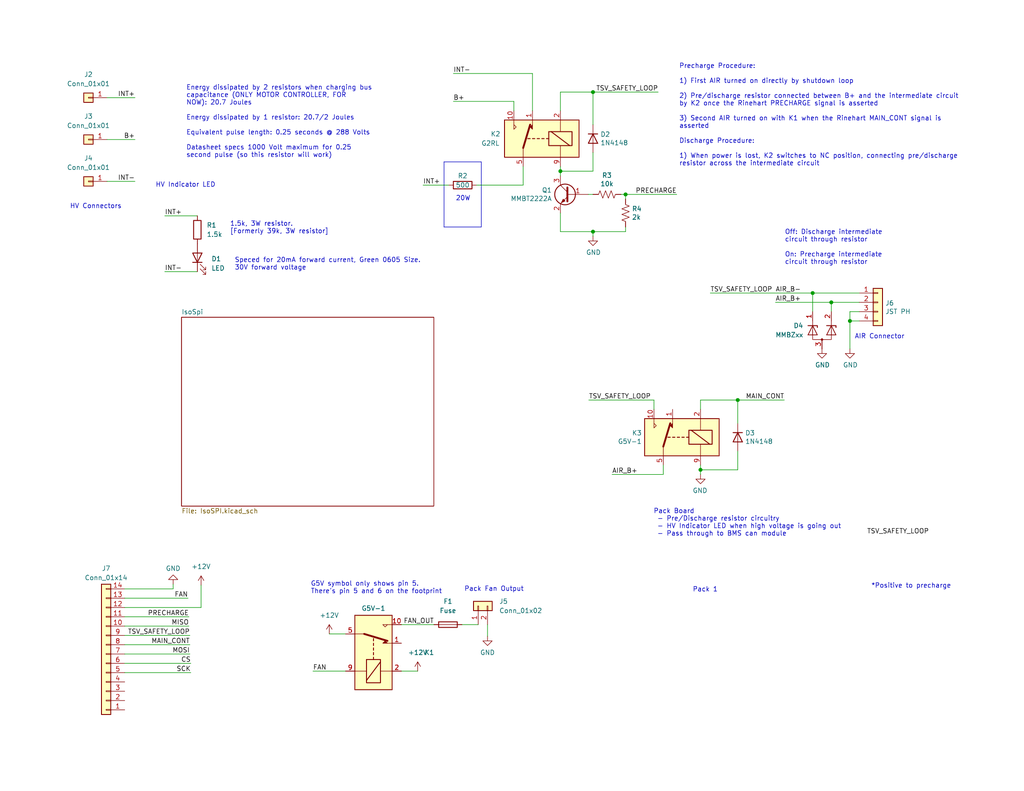
<source format=kicad_sch>
(kicad_sch (version 20230121) (generator eeschema)
  (paper "A")
  (lib_symbols
    (symbol "Connector_Generic:Conn_01x01" (pin_names (offset 1.016) hide)
      (property "Reference" "J" (at 0 2.54 0))
      (property "Value" "Conn_01x01" (at 0 -2.54 0))
      (symbol "Conn_01x01_1_1"
        (rectangle (start -1.27 0.127) (end 0 -0.127) (stroke (width 0.1524)))
        (rectangle (start -1.27 1.27) (end 1.27 -1.27) (stroke (width 0.254)) (fill (type background)))
        (pin passive line (at -5.08 0 0) (length 3.81) (name "Pin_1") (number "1"))
      )
    )
    (symbol "Connector_Generic:Conn_01x02" (pin_names (offset 1.016) hide)
      (property "Reference" "J" (at 0 2.54 0))
      (property "Value" "Conn_01x02" (at 0 -5.08 0))
      (symbol "Conn_01x02_1_1"
        (rectangle (start -1.27 -2.413) (end 0 -2.667) (stroke (width 0.1524)))
        (rectangle (start -1.27 0.127) (end 0 -0.127) (stroke (width 0.1524)))
        (rectangle (start -1.27 1.27) (end 1.27 -3.81) (stroke (width 0.254)) (fill (type background)))
        (pin passive line (at -5.08 0 0) (length 3.81) (name "Pin_1") (number "1"))
        (pin passive line (at -5.08 -2.54 0) (length 3.81) (name "Pin_2") (number "2"))
      )
    )
    (symbol "Connector_Generic:Conn_01x04" (pin_names (offset 1.016) hide)
      (property "Reference" "J" (at 0 5.08 0))
      (property "Value" "Conn_01x04" (at 0 -7.62 0))
      (symbol "Conn_01x04_1_1"
        (rectangle (start -1.27 -4.953) (end 0 -5.207) (stroke (width 0.1524)))
        (rectangle (start -1.27 -2.413) (end 0 -2.667) (stroke (width 0.1524)))
        (rectangle (start -1.27 0.127) (end 0 -0.127) (stroke (width 0.1524)))
        (rectangle (start -1.27 2.667) (end 0 2.413) (stroke (width 0.1524)))
        (rectangle (start -1.27 3.81) (end 1.27 -6.35) (stroke (width 0.254)) (fill (type background)))
        (pin passive line (at -5.08 2.54 0) (length 3.81) (name "Pin_1") (number "1"))
        (pin passive line (at -5.08 0 0) (length 3.81) (name "Pin_2") (number "2"))
        (pin passive line (at -5.08 -2.54 0) (length 3.81) (name "Pin_3") (number "3"))
        (pin passive line (at -5.08 -5.08 0) (length 3.81) (name "Pin_4") (number "4"))
      )
    )
    (symbol "Connector_Generic:Conn_01x14" (pin_names (offset 1.016) hide)
      (property "Reference" "J" (at 0 17.78 0))
      (property "Value" "Conn_01x14" (at 0 -20.32 0))
      (symbol "Conn_01x14_1_1"
        (rectangle (start -1.27 -17.653) (end 0 -17.907) (stroke (width 0.1524)))
        (rectangle (start -1.27 -15.113) (end 0 -15.367) (stroke (width 0.1524)))
        (rectangle (start -1.27 -12.573) (end 0 -12.827) (stroke (width 0.1524)))
        (rectangle (start -1.27 -10.033) (end 0 -10.287) (stroke (width 0.1524)))
        (rectangle (start -1.27 -7.493) (end 0 -7.747) (stroke (width 0.1524)))
        (rectangle (start -1.27 -4.953) (end 0 -5.207) (stroke (width 0.1524)))
        (rectangle (start -1.27 -2.413) (end 0 -2.667) (stroke (width 0.1524)))
        (rectangle (start -1.27 0.127) (end 0 -0.127) (stroke (width 0.1524)))
        (rectangle (start -1.27 2.667) (end 0 2.413) (stroke (width 0.1524)))
        (rectangle (start -1.27 5.207) (end 0 4.953) (stroke (width 0.1524)))
        (rectangle (start -1.27 7.747) (end 0 7.493) (stroke (width 0.1524)))
        (rectangle (start -1.27 10.287) (end 0 10.033) (stroke (width 0.1524)))
        (rectangle (start -1.27 12.827) (end 0 12.573) (stroke (width 0.1524)))
        (rectangle (start -1.27 15.367) (end 0 15.113) (stroke (width 0.1524)))
        (rectangle (start -1.27 16.51) (end 1.27 -19.05) (stroke (width 0.254)) (fill (type background)))
        (pin passive line (at -5.08 15.24 0) (length 3.81) (name "Pin_1") (number "1"))
        (pin passive line (at -5.08 -7.62 0) (length 3.81) (name "Pin_10") (number "10"))
        (pin passive line (at -5.08 -10.16 0) (length 3.81) (name "Pin_11") (number "11"))
        (pin passive line (at -5.08 -12.7 0) (length 3.81) (name "Pin_12") (number "12"))
        (pin passive line (at -5.08 -15.24 0) (length 3.81) (name "Pin_13") (number "13"))
        (pin passive line (at -5.08 -17.78 0) (length 3.81) (name "Pin_14") (number "14"))
        (pin passive line (at -5.08 12.7 0) (length 3.81) (name "Pin_2") (number "2"))
        (pin passive line (at -5.08 10.16 0) (length 3.81) (name "Pin_3") (number "3"))
        (pin passive line (at -5.08 7.62 0) (length 3.81) (name "Pin_4") (number "4"))
        (pin passive line (at -5.08 5.08 0) (length 3.81) (name "Pin_5") (number "5"))
        (pin passive line (at -5.08 2.54 0) (length 3.81) (name "Pin_6") (number "6"))
        (pin passive line (at -5.08 0 0) (length 3.81) (name "Pin_7") (number "7"))
        (pin passive line (at -5.08 -2.54 0) (length 3.81) (name "Pin_8") (number "8"))
        (pin passive line (at -5.08 -5.08 0) (length 3.81) (name "Pin_9") (number "9"))
      )
    )
    (symbol "Device:Fuse" (pin_numbers hide) (pin_names (offset 0))
      (property "Reference" "F" (at 2.032 0 90))
      (property "Value" "Fuse" (at -1.905 0 90))
      (symbol "Fuse_0_1"
        (rectangle (start -0.762 -2.54) (end 0.762 2.54) (stroke (width 0.254)))
        (polyline (pts (xy 0 2.54) (xy 0 -2.54)))
      )
      (symbol "Fuse_1_1"
        (pin passive line (at 0 3.81 270) (length 1.27) (name "~") (number "1"))
        (pin passive line (at 0 -3.81 90) (length 1.27) (name "~") (number "2"))
      )
    )
    (symbol "Device:LED" (pin_numbers hide) (pin_names (offset 1.016) hide)
      (property "Reference" "D" (at 0 2.54 0))
      (property "Value" "LED" (at 0 -2.54 0))
      (symbol "LED_0_1"
        (polyline (pts (xy -1.27 -1.27) (xy -1.27 1.27)) (stroke (width 0.254)))
        (polyline (pts (xy -1.27 0) (xy 1.27 0)))
        (polyline (pts (xy 1.27 -1.27) (xy 1.27 1.27) (xy -1.27 0) (xy 1.27 -1.27)) (stroke (width 0.254)))
        (polyline (pts (xy -3.048 -0.762) (xy -4.572 -2.286) (xy -3.81 -2.286) (xy -4.572 -2.286) (xy -4.572 -1.524)))
        (polyline (pts (xy -1.778 -0.762) (xy -3.302 -2.286) (xy -2.54 -2.286) (xy -3.302 -2.286) (xy -3.302 -1.524)))
      )
      (symbol "LED_1_1"
        (pin passive line (at -3.81 0 0) (length 2.54) (name "K") (number "1"))
        (pin passive line (at 3.81 0 180) (length 2.54) (name "A") (number "2"))
      )
    )
    (symbol "Device:Q_NPN_BEC" (pin_names (offset 0) hide)
      (property "Reference" "Q" (at 5.08 1.27 0))
      (property "Value" "Q_NPN_BEC" (at 5.08 -1.27 0))
      (symbol "Q_NPN_BEC_0_1"
        (polyline (pts (xy 0.635 0.635) (xy 2.54 2.54)))
        (polyline (pts (xy 0.635 -0.635) (xy 2.54 -2.54) (xy 2.54 -2.54)))
        (polyline (pts (xy 0.635 1.905) (xy 0.635 -1.905) (xy 0.635 -1.905)) (stroke (width 0.508)))
        (polyline (pts (xy 1.27 -1.778) (xy 1.778 -1.27) (xy 2.286 -2.286) (xy 1.27 -1.778) (xy 1.27 -1.778)) (fill (type outline)))
        (circle (center 1.27 0) (radius 2.8194) (stroke (width 0.254)))
      )
      (symbol "Q_NPN_BEC_1_1"
        (pin input line (at -5.08 0 0) (length 5.715) (name "B") (number "1"))
        (pin passive line (at 2.54 -5.08 90) (length 2.54) (name "E") (number "2"))
        (pin passive line (at 2.54 5.08 270) (length 2.54) (name "C") (number "3"))
      )
    )
    (symbol "Device:R" (pin_numbers hide) (pin_names (offset 0))
      (property "Reference" "R" (at 2.032 0 90))
      (property "Value" "R" (at 0 0 90))
      (symbol "R_0_1"
        (rectangle (start -1.016 -2.54) (end 1.016 2.54) (stroke (width 0.254)))
      )
      (symbol "R_1_1"
        (pin passive line (at 0 3.81 270) (length 1.27) (name "~") (number "1"))
        (pin passive line (at 0 -3.81 90) (length 1.27) (name "~") (number "2"))
      )
    )
    (symbol "Device:R_US" (pin_numbers hide) (pin_names (offset 0))
      (property "Reference" "R" (at 2.54 0 90))
      (property "Value" "R_US" (at -2.54 0 90))
      (symbol "R_US_0_1"
        (polyline (pts (xy 0 -2.286) (xy 0 -2.54)))
        (polyline (pts (xy 0 2.286) (xy 0 2.54)))
        (polyline (pts (xy 0 -0.762) (xy 1.016 -1.143) (xy 0 -1.524) (xy -1.016 -1.905) (xy 0 -2.286)))
        (polyline (pts (xy 0 0.762) (xy 1.016 0.381) (xy 0 0) (xy -1.016 -0.381) (xy 0 -0.762)))
        (polyline (pts (xy 0 2.286) (xy 1.016 1.905) (xy 0 1.524) (xy -1.016 1.143) (xy 0 0.762)))
      )
      (symbol "R_US_1_1"
        (pin passive line (at 0 3.81 270) (length 1.27) (name "~") (number "1"))
        (pin passive line (at 0 -3.81 90) (length 1.27) (name "~") (number "2"))
      )
    )
    (symbol "Diode:1N4148" (pin_numbers hide) (pin_names (offset 1.016) hide)
      (property "Reference" "D" (at 0 2.54 0))
      (property "Value" "1N4148" (at 0 -2.54 0))
      (symbol "1N4148_0_1"
        (polyline (pts (xy -1.27 1.27) (xy -1.27 -1.27)) (stroke (width 0.254)))
        (polyline (pts (xy 1.27 0) (xy -1.27 0)))
        (polyline (pts (xy 1.27 1.27) (xy 1.27 -1.27) (xy -1.27 0) (xy 1.27 1.27)) (stroke (width 0.254)))
      )
      (symbol "1N4148_1_1"
        (pin passive line (at -3.81 0 0) (length 2.54) (name "K") (number "1"))
        (pin passive line (at 3.81 0 180) (length 2.54) (name "A") (number "2"))
      )
    )
    (symbol "Diode:MMBZxx" (pin_names (offset 1.016) hide)
      (property "Reference" "D" (at 3.81 2.54 0))
      (property "Value" "MMBZxx" (at 3.81 0 0))
      (symbol "MMBZxx_0_1"
        (circle (center 0 -2.54) (radius 0.254) (fill (type outline)))
        (polyline (pts (xy -2.54 -1.27) (xy -2.54 2.54)))
        (polyline (pts (xy 2.54 -1.27) (xy 2.54 2.54)))
        (polyline (pts (xy -3.81 1.27) (xy -1.27 1.27) (xy -1.27 0.762)) (stroke (width 0.254)))
        (polyline (pts (xy 1.27 1.27) (xy 3.81 1.27) (xy 3.81 0.762)) (stroke (width 0.254)))
        (polyline (pts (xy -2.54 0) (xy -2.54 -2.54) (xy 2.54 -2.54) (xy 2.54 0)))
      )
      (symbol "MMBZxx_1_1"
        (polyline (pts (xy -3.81 -1.27) (xy -1.27 -1.27) (xy -2.54 1.27) (xy -3.81 -1.27)) (stroke (width 0.2032)))
        (polyline (pts (xy 1.27 -1.27) (xy 3.81 -1.27) (xy 2.54 1.27) (xy 1.27 -1.27)) (stroke (width 0.2032)))
        (pin passive line (at -2.54 5.08 270) (length 2.54) (name "K") (number "1"))
        (pin passive line (at 2.54 5.08 270) (length 2.54) (name "K") (number "2"))
        (pin passive line (at 0 -5.08 90) (length 2.54) (name "A") (number "3"))
      )
    )
    (symbol "G5V-1_1"
      (property "Reference" "K3" (at 0 15.24 90))
      (property "Value" "G5V-1_1" (at 0 12.7 90))
      (symbol "G5V-1_1_0_0"
        (polyline (pts (xy 7.62 5.08) (xy 7.62 2.54) (xy 6.985 3.175) (xy 7.62 3.81)))
      )
      (symbol "G5V-1_1_0_1"
        (rectangle (start -10.16 5.08) (end 10.16 -5.08) (stroke (width 0.254)) (fill (type background)))
        (rectangle (start -8.255 1.905) (end -1.905 -1.905) (stroke (width 0.254)))
        (polyline (pts (xy -7.62 -1.905) (xy -2.54 1.905)) (stroke (width 0.254)))
        (polyline (pts (xy -5.08 -5.08) (xy -5.08 -1.905)))
        (polyline (pts (xy -5.08 5.08) (xy -5.08 1.905)))
        (polyline (pts (xy -1.905 0) (xy -1.27 0)) (stroke (width 0.254)))
        (polyline (pts (xy -0.635 0) (xy 0 0)) (stroke (width 0.254)))
        (polyline (pts (xy 0.635 0) (xy 1.27 0)) (stroke (width 0.254)))
        (polyline (pts (xy 1.905 0) (xy 2.54 0)) (stroke (width 0.254)))
        (polyline (pts (xy 3.175 0) (xy 3.81 0)) (stroke (width 0.254)))
        (polyline (pts (xy 5.08 -2.54) (xy 3.175 3.81)) (stroke (width 0.508)))
        (polyline (pts (xy 5.08 -2.54) (xy 5.08 -5.08)))
        (polyline (pts (xy 2.54 5.08) (xy 2.54 2.54) (xy 3.175 3.175) (xy 2.54 3.81)) (fill (type outline)))
      )
      (symbol "G5V-1_1_1_1"
        (pin passive line (at 2.54 7.62 270) (length 2.54) (name "~") (number "1"))
        (pin passive line (at 7.62 7.62 270) (length 2.54) (name "~") (number "10"))
        (pin passive line (at -5.08 7.62 270) (length 2.54) (name "~") (number "2"))
        (pin passive line (at 5.08 -7.62 90) (length 2.54) (name "~") (number "5"))
        (pin passive line (at 5.08 -7.62 90) (length 2.54) hide (name "~") (number "6"))
        (pin passive line (at -5.08 -7.62 90) (length 2.54) (name "~") (number "9"))
      )
    )
    (symbol "Relay:G5V-1"
      (property "Reference" "K" (at 11.43 3.81 0))
      (property "Value" "G5V-1" (at 11.43 1.27 0))
      (symbol "G5V-1_0_0"
        (polyline (pts (xy 7.62 5.08) (xy 7.62 2.54) (xy 6.985 3.175) (xy 7.62 3.81)))
      )
      (symbol "G5V-1_0_1"
        (rectangle (start -10.16 5.08) (end 10.16 -5.08) (stroke (width 0.254)) (fill (type background)))
        (rectangle (start -8.255 1.905) (end -1.905 -1.905) (stroke (width 0.254)))
        (polyline (pts (xy -7.62 -1.905) (xy -2.54 1.905)) (stroke (width 0.254)))
        (polyline (pts (xy -5.08 -5.08) (xy -5.08 -1.905)))
        (polyline (pts (xy -5.08 5.08) (xy -5.08 1.905)))
        (polyline (pts (xy -1.905 0) (xy -1.27 0)) (stroke (width 0.254)))
        (polyline (pts (xy -0.635 0) (xy 0 0)) (stroke (width 0.254)))
        (polyline (pts (xy 0.635 0) (xy 1.27 0)) (stroke (width 0.254)))
        (polyline (pts (xy 1.905 0) (xy 2.54 0)) (stroke (width 0.254)))
        (polyline (pts (xy 3.175 0) (xy 3.81 0)) (stroke (width 0.254)))
        (polyline (pts (xy 5.08 -2.54) (xy 3.175 3.81)) (stroke (width 0.508)))
        (polyline (pts (xy 5.08 -2.54) (xy 5.08 -5.08)))
        (polyline (pts (xy 2.54 5.08) (xy 2.54 2.54) (xy 3.175 3.175) (xy 2.54 3.81)) (fill (type outline)))
      )
      (symbol "G5V-1_1_1"
        (pin passive line (at 2.54 7.62 270) (length 2.54) (name "~") (number "1"))
        (pin passive line (at 7.62 7.62 270) (length 2.54) (name "~") (number "10"))
        (pin passive line (at -5.08 7.62 270) (length 2.54) (name "~") (number "2"))
        (pin passive line (at 5.08 -7.62 90) (length 2.54) (name "~") (number "5"))
        (pin passive line (at 5.08 -7.62 90) (length 2.54) hide (name "~") (number "6"))
        (pin passive line (at -5.08 -7.62 90) (length 2.54) (name "~") (number "9"))
      )
    )
    (symbol "power:+12V" (power) (pin_names (offset 0))
      (property "Value" "+12V" (at 0 3.556 0))
      (symbol "+12V_0_1"
        (polyline (pts (xy -0.762 1.27) (xy 0 2.54)))
        (polyline (pts (xy 0 0) (xy 0 2.54)))
        (polyline (pts (xy 0 2.54) (xy 0.762 1.27)))
      )
      (symbol "+12V_1_1"
        (pin power_in line (at 0 0 90) (length 0) hide (name "+12V") (number "1"))
      )
    )
    (symbol "power:GND" (power) (pin_names (offset 0))
      (property "Value" "GND" (at 0 -3.81 0))
      (symbol "GND_0_1"
        (polyline (pts (xy 0 0) (xy 0 -1.27) (xy 1.27 -1.27) (xy 0 -2.54) (xy -1.27 -1.27) (xy 0 -1.27)))
      )
      (symbol "GND_1_1"
        (pin power_in line (at 0 0 270) (length 0) hide (name "GND") (number "1"))
      )
    )
  )
  (junction (at 221.742 80.01))
  (junction (at 231.902 87.63))
  (junction (at 152.908 46.736))
  (junction (at 161.798 63.246))
  (junction (at 226.822 82.55))
  (junction (at 201.295 109.22))
  (junction (at 161.798 25.146))
  (junction (at 191.135 128.27))
  (junction (at 170.688 53.086))
  (wire (pts (xy 34.036 163.322) (xy 51.308 163.322)))
  (wire (pts (xy 161.798 63.246) (xy 170.688 63.246)))
  (wire (pts (xy 180.975 129.54) (xy 167.005 129.54)))
  (wire (pts (xy 201.295 115.57) (xy 201.295 109.22)))
  (wire (pts (xy 221.742 85.09) (xy 221.742 80.01)))
  (polyline (pts (xy 121.158 44.196) (xy 131.318 44.196)))
  (wire (pts (xy 191.135 128.27) (xy 191.135 127)))
  (wire (pts (xy 191.135 109.22) (xy 201.295 109.22)))
  (wire (pts (xy 170.688 53.086) (xy 184.658 53.086)))
  (wire (pts (xy 34.036 181.102) (xy 52.07 181.102)))
  (wire (pts (xy 44.958 74.168) (xy 53.848 74.168)))
  (wire (pts (xy 34.036 183.642) (xy 52.07 183.642)))
  (wire (pts (xy 226.822 82.55) (xy 211.582 82.55)))
  (wire (pts (xy 47.244 160.782) (xy 34.036 160.782)))
  (wire (pts (xy 170.688 54.356) (xy 170.688 53.086)))
  (wire (pts (xy 89.8398 173.0756) (xy 94.2848 173.0756)))
  (wire (pts (xy 34.036 176.022) (xy 51.816 176.022)))
  (wire (pts (xy 201.295 109.22) (xy 213.995 109.22)))
  (polyline (pts (xy 121.158 44.196) (xy 121.158 61.976)))
  (polyline (pts (xy 121.158 61.976) (xy 131.318 61.976)))
  (wire (pts (xy 234.442 85.09) (xy 231.902 85.09)))
  (wire (pts (xy 152.908 30.226) (xy 152.908 25.146)))
  (wire (pts (xy 180.975 127) (xy 180.975 129.54)))
  (wire (pts (xy 201.295 128.27) (xy 201.295 123.19)))
  (wire (pts (xy 226.822 82.55) (xy 234.442 82.55)))
  (wire (pts (xy 34.036 168.402) (xy 51.562 168.402)))
  (wire (pts (xy 161.798 34.036) (xy 161.798 25.146)))
  (wire (pts (xy 178.435 111.76) (xy 178.435 109.22)))
  (wire (pts (xy 191.135 128.27) (xy 201.295 128.27)))
  (wire (pts (xy 109.5248 183.2356) (xy 113.9698 183.2356)))
  (wire (pts (xy 160.528 53.086) (xy 161.798 53.086)))
  (wire (pts (xy 54.864 165.862) (xy 34.036 165.862)))
  (wire (pts (xy 191.135 111.76) (xy 191.135 109.22)))
  (wire (pts (xy 126.0348 170.5356) (xy 130.4798 170.5356)))
  (wire (pts (xy 170.688 63.246) (xy 170.688 61.976)))
  (wire (pts (xy 34.036 173.482) (xy 51.816 173.482)))
  (wire (pts (xy 123.698 27.686) (xy 140.208 27.686)))
  (wire (pts (xy 133.0198 170.5356) (xy 133.0198 173.7106)))
  (wire (pts (xy 178.435 109.22) (xy 160.655 109.22)))
  (wire (pts (xy 123.698 20.066) (xy 145.288 20.066)))
  (wire (pts (xy 152.908 25.146) (xy 161.798 25.146)))
  (wire (pts (xy 152.908 63.246) (xy 161.798 63.246)))
  (wire (pts (xy 122.428 50.546) (xy 115.443 50.546)))
  (wire (pts (xy 54.864 159.766) (xy 54.864 165.862)))
  (wire (pts (xy 47.244 159.512) (xy 47.244 160.782)))
  (wire (pts (xy 161.798 63.246) (xy 161.798 64.516)))
  (wire (pts (xy 152.908 45.466) (xy 152.908 46.736)))
  (wire (pts (xy 234.442 87.63) (xy 231.902 87.63)))
  (wire (pts (xy 152.908 58.166) (xy 152.908 63.246)))
  (wire (pts (xy 109.5248 170.5356) (xy 118.4148 170.5356)))
  (wire (pts (xy 231.902 85.09) (xy 231.902 87.63)))
  (wire (pts (xy 161.798 25.146) (xy 179.578 25.146)))
  (wire (pts (xy 29.21 26.67) (xy 36.83 26.67)))
  (wire (pts (xy 226.822 85.09) (xy 226.822 82.55)))
  (wire (pts (xy 161.798 46.736) (xy 161.798 41.656)))
  (wire (pts (xy 94.2848 183.2356) (xy 85.3948 183.2356)))
  (wire (pts (xy 142.748 45.466) (xy 142.748 50.546)))
  (wire (pts (xy 193.802 80.01) (xy 221.742 80.01)))
  (wire (pts (xy 231.902 87.63) (xy 231.902 95.25)))
  (wire (pts (xy 169.418 53.086) (xy 170.688 53.086)))
  (wire (pts (xy 34.036 178.562) (xy 51.816 178.562)))
  (wire (pts (xy 130.048 50.546) (xy 142.748 50.546)))
  (wire (pts (xy 221.742 80.01) (xy 234.442 80.01)))
  (wire (pts (xy 29.21 49.53) (xy 36.83 49.53)))
  (wire (pts (xy 191.135 129.54) (xy 191.135 128.27)))
  (polyline (pts (xy 131.318 44.196) (xy 131.318 61.976)))
  (wire (pts (xy 140.208 30.226) (xy 140.208 27.686)))
  (wire (pts (xy 34.036 170.942) (xy 51.562 170.942)))
  (wire (pts (xy 152.908 46.736) (xy 152.908 48.006)))
  (wire (pts (xy 29.21 38.1) (xy 36.83 38.1)))
  (wire (pts (xy 152.908 46.736) (xy 161.798 46.736)))
  (wire (pts (xy 44.958 58.928) (xy 53.848 58.928)))
  (wire (pts (xy 145.288 30.226) (xy 145.288 20.066)))
  (text "*Positive to precharge\n" (at 237.6932 160.782 0) (effects (font (size 1.27 1.27)) (justify left bottom)))
  (text "HV Connectors" (at 19.05 57.15 0) (effects (font (size 1.27 1.27)) (justify left bottom)))
  (text "Pack 1 \n" (at 188.976 161.798 0) (effects (font (size 1.27 1.27)) (justify left bottom)))
  (text "Off: Discharge intermediate\ncircuit through resistor\n\nOn: Precharge intermediate\ncircuit through resistor" (at 214.122 72.39 0) (effects (font (size 1.27 1.27)) (justify left bottom)))
  (text "Precharge Procedure:\n\n1) First AIR turned on directly by shutdown loop\n\n2) Pre/discharge resistor connected between B+ and the intermediate circuit\nby K2 once the Rinehart PRECHARGE signal is asserted\n\n3) Second AIR turned on with K1 when the Rinehart MAIN_CONT signal is\nasserted\n\nDischarge Procedure:\n\n1) When power is lost, K2 switches to NC position, connecting pre/discharge\nresistor across the intermediate circuit" (at 185.293 45.466 0) (effects (font (size 1.27 1.27)) (justify left bottom)))
  (text "Pack Board\n - Pre/Discharge resistor circuitry\n - HV Indicator LED when high voltage is going out\n - Pass through to BMS can module" (at 178.308 146.558 0) (effects (font (size 1.27 1.27)) (justify left bottom)))
  (text "G5V symbol only shows pin 5. \nThere's pin 5 and 6 on the footprint" (at 84.7598 162.2806 0) (effects (font (size 1.27 1.27)) (justify left bottom)))
  (text "HV Indicator LED" (at 42.418 51.308 0) (effects (font (size 1.27 1.27)) (justify left bottom)))
  (text "1.5k, 3W resistor.\n[Formerly 39k, 3W resistor]" (at 62.738 64.008 0) (effects (font (size 1.27 1.27)) (justify left bottom)))
  (text "Speced for 20mA forward current, Green 0605 Size.\n30V forward voltage" (at 64.008 73.914 0) (effects (font (size 1.27 1.27)) (justify left bottom)))
  (text "20W\n" (at 124.333 54.991 0) (effects (font (size 1.27 1.27)) (justify left bottom)))
  (text "AIR Connector" (at 233.172 92.71 0) (effects (font (size 1.27 1.27)) (justify left bottom)))
  (text "Energy dissipated by 2 resistors when charging bus\ncapacitance (ONLY MOTOR CONTROLLER, FOR\nNOW): 20.7 Joules\n\nEnergy dissipated by 1 resistor: 20.7/2 Joules\n\nEquivalent pulse length: 0.25 seconds @ 288 Volts\n\nDatasheet specs 1000 Volt maximum for 0.25\nsecond pulse (so this resistor will work)" (at 50.8 43.18 0) (effects (font (size 1.27 1.27)) (justify left bottom)))
  (text "Pack Fan Output" (at 126.6698 161.6456 0) (effects (font (size 1.27 1.27)) (justify left bottom)))
  (label "INT+" (at 115.443 50.546 0))
  (label "AIR_B+" (at 167.005 129.54 0))
  (label "FAN" (at 51.308 163.322 180))
  (label "INT-" (at 123.698 20.066 0))
  (label "MOSI" (at 51.816 178.562 180))
  (label "CS" (at 52.07 181.102 180))
  (label "AIR_B+" (at 211.582 82.55 0))
  (label "TSV_SAFETY_LOOP" (at 253.492 146.05 180))
  (label "INT-" (at 44.958 74.168 0))
  (label "FAN_OUT" (at 118.4148 170.5356 180))
  (label "MISO" (at 51.562 170.942 180))
  (label "PRECHARGE" (at 51.562 168.402 180))
  (label "MAIN_CONT" (at 51.816 176.022 180))
  (label "TSV_SAFETY_LOOP" (at 51.816 173.482 180))
  (label "INT-" (at 36.83 49.53 180))
  (label "INT+" (at 36.83 26.67 180))
  (label "SCK" (at 52.07 183.642 180))
  (label "PRECHARGE" (at 184.658 53.086 180))
  (label "INT+" (at 44.958 58.928 0))
  (label "B+" (at 123.698 27.686 0))
  (label "FAN" (at 85.3948 183.2356 0))
  (label "TSV_SAFETY_LOOP" (at 160.655 109.22 0))
  (label "AIR_B-" (at 211.582 80.01 0))
  (label "TSV_SAFETY_LOOP" (at 193.802 80.01 0))
  (label "MAIN_CONT" (at 213.995 109.22 180))
  (label "TSV_SAFETY_LOOP" (at 179.578 25.146 180))
  (label "B+" (at 36.83 38.1 180))
  (symbol (lib_id "power:+12V") (at 89.8398 173.0756 0) (unit 1)
    (property "Reference" "#PWR03" (effects hide))
    (property "Value" "+12V" (at 89.8398 167.9956 0))
  )
  (symbol (lib_id "power:GND") (at 231.902 95.25 0) (unit 1)
    (property "Reference" "#PWR09" (effects hide))
    (property "Value" "GND" (at 232.029 99.6442 0))
  )
  (symbol (lib_id "Device:R") (at 126.238 50.546 90) (unit 1)
    (property "Reference" "R2" (at 126.238 48.006 90))
    (property "Value" "500" (at 126.238 50.546 90))
    (property "Footprint" "Package_TO_SOT_THT:TO-220-2_Horizontal_TabDown" (effects hide))
  )
  (symbol (lib_id "power:+12V") (at 113.9698 183.2356 0) (unit 1)
    (property "Reference" "#PWR04" (effects hide))
    (property "Value" "+12V" (at 113.9698 178.1556 0))
  )
  (symbol (lib_id "power:GND") (at 161.798 64.516 0) (unit 1)
    (property "Reference" "#PWR06" (effects hide))
    (property "Value" "GND" (at 161.925 68.9102 0))
  )
  (symbol (lib_name "G5V-1_1") (lib_id "Relay:G5V-1") (at 101.9048 178.1556 270) (mirror x) (unit 1)
    (property "Reference" "K1" (at 117.1448 178.1556 90))
    (property "Value" "G5V-1" (at 101.9048 166.0906 90))
    (property "Footprint" "Relay_THT:Relay_SPDT_Omron_G5V-1" (effects hide))
    (property "Datasheet" "http://omronfs.omron.com/en_US/ecb/products/pdf/en-g5v_1.pdf" (effects hide))
  )
  (symbol (lib_id "power:GND") (at 191.135 129.54 0) (mirror y) (unit 1)
    (property "Reference" "#PWR07" (effects hide))
    (property "Value" "GND" (at 191.008 133.9342 0))
  )
  (symbol (lib_id "Diode:1N4148") (at 161.798 37.846 270) (unit 1)
    (property "Reference" "D2" (at 163.8046 36.6776 90) (effects (justify left)))
    (property "Value" "1N4148" (at 163.8046 38.989 90) (effects (justify left)))
    (property "Footprint" "Diode_SMD:D_MiniMELF" (effects hide))
    (property "Datasheet" "http://www.nxp.com/documents/data_sheet/1N4148_1N4448.pdf" (effects hide))
  )
  (symbol (lib_id "Connector_Generic:Conn_01x14") (at 28.956 178.562 180) (unit 1)
    (property "Reference" "J7" (at 28.956 155.194 0))
    (property "Value" "Conn_01x14" (at 28.956 157.734 0))
  )
  (symbol (lib_id "Diode:MMBZxx") (at 224.282 90.17 0) (unit 1)
    (property "Reference" "D4" (at 219.202 88.9 0) (effects (justify right)))
    (property "Value" "MMBZxx" (at 219.202 91.44 0) (effects (justify right)))
    (property "Footprint" "Package_TO_SOT_SMD:SOT-23" (effects hide))
    (property "Datasheet" "http://www.onsemi.com/pub/Collateral/MMBZ5V6ALT1-D.PDF" (effects hide))
  )
  (symbol (lib_id "Diode:1N4148") (at 201.295 119.38 270) (unit 1)
    (property "Reference" "D3" (at 203.3016 118.2116 90) (effects (justify left)))
    (property "Value" "1N4148" (at 203.3016 120.523 90) (effects (justify left)))
    (property "Footprint" "Diode_SMD:D_MiniMELF" (effects hide))
    (property "Datasheet" "http://www.nxp.com/documents/data_sheet/1N4148_1N4448.pdf" (effects hide))
  )
  (symbol (lib_id "Relay:G5V-1") (at 186.055 119.38 0) (mirror y) (unit 1)
    (property "Reference" "K3" (at 175.133 118.2116 0) (effects (justify left)))
    (property "Value" "G5V-1" (at 175.133 120.523 0) (effects (justify left)))
    (property "Footprint" "Relay_THT:Relay_SPDT_Omron_G5V-1" (effects hide))
    (property "Datasheet" "http://omronfs.omron.com/en_US/ecb/products/pdf/en-g5v_1.pdf" (effects hide))
  )
  (symbol (lib_id "Device:R") (at 53.848 62.738 0) (unit 1)
    (property "Reference" "R1" (at 56.388 61.4679 0) (effects (justify left)))
    (property "Value" "1.5k" (at 56.388 64.0079 0) (effects (justify left)))
    (property "Footprint" "Resistor_THT:R_Axial_DIN0414_L11.9mm_D4.5mm_P25.40mm_Horizontal" (effects hide))
  )
  (symbol (lib_id "Connector_Generic:Conn_01x01") (at 24.13 38.1 180) (unit 1)
    (property "Reference" "J3" (at 24.13 31.75 0))
    (property "Value" "Conn_01x01" (at 24.13 34.29 0))
    (property "Footprint" "Connector_Hirose:Hirose_DF63M-1P-3.96DSA_1x01_P3.96mm_Vertical" (effects hide))
  )
  (symbol (lib_id "power:GND") (at 47.244 159.512 180) (unit 1)
    (property "Reference" "#PWR01" (effects hide))
    (property "Value" "GND" (at 47.244 155.194 0))
  )
  (symbol (lib_id "Connector_Generic:Conn_01x02") (at 130.4798 165.4556 90) (unit 1)
    (property "Reference" "J5" (at 136.1948 164.1855 90) (effects (justify right)))
    (property "Value" "Conn_01x02" (at 136.1948 166.7255 90) (effects (justify right)))
    (property "Footprint" "Connector_JST:JST_XH_B2B-XH-A_1x02_P2.50mm_Vertical" (effects hide))
  )
  (symbol (lib_id "Relay:G5V-1") (at 147.828 37.846 0) (mirror y) (unit 1)
    (property "Reference" "K2" (at 133.858 36.576 0) (effects (justify right)))
    (property "Value" "G2RL" (at 131.318 39.116 0) (effects (justify right)))
    (property "Footprint" "AERO_Footprints:G2RL" (effects hide))
    (property "Datasheet" "http://omronfs.omron.com/en_US/ecb/products/pdf/en-g5v_1.pdf" (effects hide))
  )
  (symbol (lib_id "Device:R_US") (at 170.688 58.166 180) (unit 1)
    (property "Reference" "R4" (at 172.4152 56.9976 0) (effects (justify right)))
    (property "Value" "2k" (at 172.4152 59.309 0) (effects (justify right)))
    (property "Footprint" "Resistor_SMD:R_0603_1608Metric" (effects hide))
  )
  (symbol (lib_id "Connector_Generic:Conn_01x01") (at 24.13 26.67 180) (unit 1)
    (property "Reference" "J2" (at 24.13 20.32 0))
    (property "Value" "Conn_01x01" (at 24.13 22.86 0))
    (property "Footprint" "Connector_Hirose:Hirose_DF63M-1P-3.96DSA_1x01_P3.96mm_Vertical" (effects hide))
  )
  (symbol (lib_id "Connector_Generic:Conn_01x04") (at 239.522 82.55 0) (unit 1)
    (property "Reference" "J6" (at 241.554 82.7532 0) (effects (justify left)))
    (property "Value" "JST PH" (at 241.554 85.0646 0) (effects (justify left)))
    (property "Footprint" "Connector_JST:JST_PH_B4B-PH-K_1x04_P2.00mm_Vertical" (effects hide))
  )
  (symbol (lib_id "power:+12V") (at 54.864 159.766 0) (unit 1)
    (property "Reference" "#PWR02" (effects hide))
    (property "Value" "+12V" (at 54.864 154.686 0))
  )
  (symbol (lib_id "Device:Q_NPN_BEC") (at 155.448 53.086 0) (mirror y) (unit 1)
    (property "Reference" "Q1" (at 150.5966 51.9176 0) (effects (justify left)))
    (property "Value" "MMBT2222A" (at 150.5966 54.229 0) (effects (justify left)))
    (property "Footprint" "Package_TO_SOT_SMD:SOT-23" (effects hide))
  )
  (symbol (lib_id "Device:LED") (at 53.848 70.358 90) (unit 1)
    (property "Reference" "D1" (at 57.658 70.6754 90) (effects (justify right)))
    (property "Value" "LED" (at 57.658 73.2154 90) (effects (justify right)))
    (property "Footprint" "AERO_Footprints:LPA-C011301S-x LED 0805 LIGHT PIPE SINGLE VERT SMD" (effects hide))
  )
  (symbol (lib_id "power:GND") (at 133.0198 173.7106 0) (unit 1)
    (property "Reference" "#PWR05" (effects hide))
    (property "Value" "GND" (at 133.0198 178.1556 0))
  )
  (symbol (lib_id "Device:Fuse") (at 122.2248 170.5356 90) (unit 1)
    (property "Reference" "F1" (at 122.2248 164.1856 90))
    (property "Value" "Fuse" (at 122.2248 166.7256 90))
    (property "Footprint" "AERO_Footprints:Fuseholder_Blade_Mini_Keystone_3568" (effects hide))
  )
  (symbol (lib_id "Connector_Generic:Conn_01x01") (at 24.13 49.53 180) (unit 1)
    (property "Reference" "J4" (at 24.13 43.18 0))
    (property "Value" "Conn_01x01" (at 24.13 45.72 0))
    (property "Footprint" "Connector_Hirose:Hirose_DF63M-1P-3.96DSA_1x01_P3.96mm_Vertical" (effects hide))
  )
  (symbol (lib_id "power:GND") (at 224.282 95.25 0) (unit 1)
    (property "Reference" "#PWR08" (effects hide))
    (property "Value" "GND" (at 224.409 99.6442 0))
  )
  (symbol (lib_id "Device:R_US") (at 165.608 53.086 90) (unit 1)
    (property "Reference" "R3" (at 165.608 47.879 90))
    (property "Value" "10k" (at 165.608 50.1904 90))
    (property "Footprint" "Resistor_SMD:R_0603_1608Metric" (effects hide))
  )
  (sheet (at 49.53 86.614) (size 68.834 51.562) (stroke (width 0.1524))
    (property "Sheetname" "IsoSpi" (at 49.53 85.9024 0) (effects (justify left bottom)))
    (property "Sheetfile" "IsoSPI.kicad_sch" (at 49.53 138.7606 0) (effects (justify left top)))
  )
)
</source>
